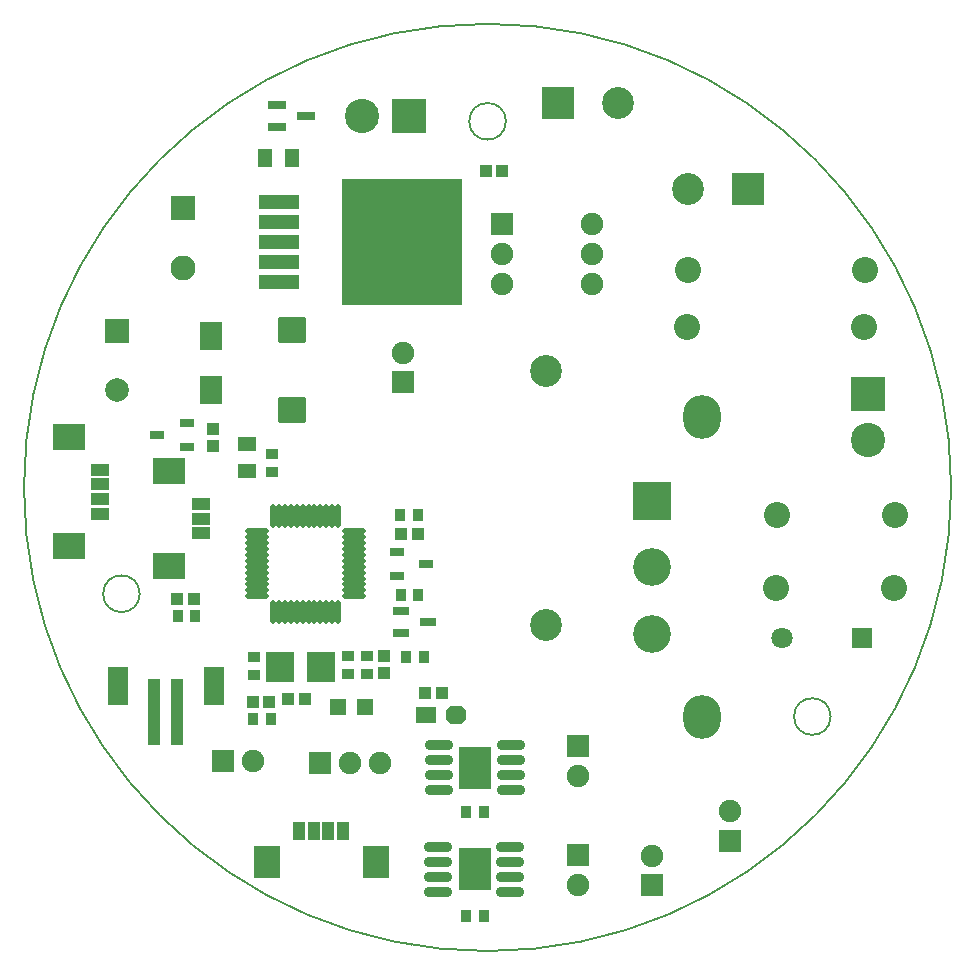
<source format=gts>
%FSLAX25Y25*%
%MOIN*%
G70*
G01*
G75*
G04 Layer_Color=8388736*
%ADD10C,0.10000*%
%ADD11C,0.10000*%
%ADD12R,0.08661X0.09449*%
%ADD13R,0.09843X0.13386*%
%ADD14O,0.08661X0.02756*%
%ADD15R,0.06890X0.08661*%
%ADD16R,0.04724X0.01969*%
%ADD17R,0.04000X0.05500*%
%ADD18R,0.05906X0.11811*%
%ADD19R,0.03150X0.21654*%
%ADD20R,0.06000X0.05000*%
G04:AMPARAMS|DCode=21|XSize=60mil|YSize=50mil|CornerRadius=0mil|HoleSize=0mil|Usage=FLASHONLY|Rotation=0.000|XOffset=0mil|YOffset=0mil|HoleType=Round|Shape=Octagon|*
%AMOCTAGOND21*
4,1,8,0.03000,-0.01250,0.03000,0.01250,0.01750,0.02500,-0.01750,0.02500,-0.03000,0.01250,-0.03000,-0.01250,-0.01750,-0.02500,0.01750,-0.02500,0.03000,-0.01250,0.0*
%
%ADD21OCTAGOND21*%

%ADD22R,0.03150X0.03543*%
%ADD23R,0.03543X0.03150*%
%ADD24R,0.05000X0.05000*%
%ADD25R,0.05512X0.02362*%
%ADD26R,0.39370X0.41142*%
%ADD27R,0.12598X0.04134*%
%ADD28R,0.05500X0.04000*%
%ADD29O,0.07087X0.01100*%
%ADD30O,0.01100X0.07087*%
%ADD31R,0.08268X0.09843*%
%ADD32R,0.03150X0.05118*%
G04:AMPARAMS|DCode=33|XSize=78.74mil|YSize=86.61mil|CornerRadius=7.87mil|HoleSize=0mil|Usage=FLASHONLY|Rotation=90.000|XOffset=0mil|YOffset=0mil|HoleType=Round|Shape=RoundedRectangle|*
%AMROUNDEDRECTD33*
21,1,0.07874,0.07087,0,0,90.0*
21,1,0.06299,0.08661,0,0,90.0*
1,1,0.01575,0.03543,0.03150*
1,1,0.01575,0.03543,-0.03150*
1,1,0.01575,-0.03543,-0.03150*
1,1,0.01575,-0.03543,0.03150*
%
%ADD33ROUNDEDRECTD33*%
%ADD34R,0.09843X0.08268*%
%ADD35R,0.05118X0.03150*%
%ADD36R,0.03937X0.02362*%
%ADD37R,0.02756X0.03347*%
%ADD38R,0.03347X0.02756*%
%ADD39C,0.00800*%
%ADD40C,0.03000*%
%ADD41C,0.01500*%
%ADD42C,0.08000*%
%ADD43C,0.15000*%
%ADD44C,0.05000*%
%ADD45C,0.02000*%
%ADD46C,0.04000*%
%ADD47C,0.01000*%
%ADD48R,0.09600X0.18400*%
%ADD49R,0.09900X0.21000*%
%ADD50C,0.00500*%
%ADD51C,0.00025*%
%ADD52C,0.07874*%
%ADD53O,0.11811X0.13780*%
%ADD54C,0.06693*%
%ADD55R,0.06693X0.06693*%
%ADD56R,0.07480X0.07480*%
%ADD57C,0.07480*%
%ADD58R,0.06299X0.06299*%
%ADD59C,0.06299*%
%ADD60C,0.09843*%
%ADD61R,0.06693X0.06693*%
%ADD62R,0.09843X0.09843*%
%ADD63C,0.10630*%
%ADD64R,0.10630X0.10630*%
%ADD65R,0.10630X0.10630*%
%ADD66R,0.07087X0.07087*%
%ADD67C,0.07087*%
%ADD68R,0.11811X0.11811*%
%ADD69C,0.11811*%
%ADD70C,0.04000*%
%ADD71C,0.03000*%
%ADD72C,0.02000*%
%ADD73C,0.02700*%
%ADD74C,0.05000*%
%ADD75R,0.03118X0.15755*%
%ADD76C,0.00787*%
%ADD77C,0.01984*%
%ADD78C,0.02900*%
%ADD79C,0.00984*%
%ADD80C,0.01969*%
%ADD81C,0.01575*%
%ADD82C,0.00300*%
%ADD83C,0.00600*%
%ADD84C,0.00700*%
%ADD85R,0.02000X0.08000*%
%ADD86R,0.04000X0.03500*%
%ADD87R,0.01969X0.03780*%
%ADD88R,0.03780X0.01969*%
%ADD89R,0.09461X0.10249*%
%ADD90R,0.10643X0.14186*%
%ADD91O,0.09461X0.03556*%
%ADD92R,0.07690X0.09461*%
%ADD93R,0.05524X0.02769*%
%ADD94R,0.04800X0.06300*%
%ADD95R,0.06706X0.12611*%
%ADD96R,0.03950X0.22453*%
%ADD97R,0.06800X0.05800*%
G04:AMPARAMS|DCode=98|XSize=68mil|YSize=58mil|CornerRadius=0mil|HoleSize=0mil|Usage=FLASHONLY|Rotation=0.000|XOffset=0mil|YOffset=0mil|HoleType=Round|Shape=Octagon|*
%AMOCTAGOND98*
4,1,8,0.03400,-0.01450,0.03400,0.01450,0.01950,0.02900,-0.01950,0.02900,-0.03400,0.01450,-0.03400,-0.01450,-0.01950,-0.02900,0.01950,-0.02900,0.03400,-0.01450,0.0*
%
%ADD98OCTAGOND98*%

%ADD99R,0.03950X0.04343*%
%ADD100R,0.04343X0.03950*%
%ADD101R,0.05800X0.05800*%
%ADD102R,0.06312X0.03162*%
%ADD103R,0.40170X0.41942*%
%ADD104R,0.13398X0.04934*%
%ADD105R,0.06300X0.04800*%
%ADD106O,0.07887X0.01900*%
%ADD107O,0.01900X0.07887*%
%ADD108R,0.09068X0.10642*%
%ADD109R,0.03950X0.05918*%
G04:AMPARAMS|DCode=110|XSize=86.74mil|YSize=94.61mil|CornerRadius=8.67mil|HoleSize=0mil|Usage=FLASHONLY|Rotation=90.000|XOffset=0mil|YOffset=0mil|HoleType=Round|Shape=RoundedRectangle|*
%AMROUNDEDRECTD110*
21,1,0.08674,0.07727,0,0,90.0*
21,1,0.06939,0.09461,0,0,90.0*
1,1,0.01735,0.03863,0.03470*
1,1,0.01735,0.03863,-0.03470*
1,1,0.01735,-0.03863,-0.03470*
1,1,0.01735,-0.03863,0.03470*
%
%ADD110ROUNDEDRECTD110*%
%ADD111R,0.10642X0.09068*%
%ADD112R,0.05918X0.03950*%
%ADD113R,0.04737X0.03162*%
%ADD114R,0.03556X0.04147*%
%ADD115R,0.04147X0.03556*%
%ADD116C,0.08674*%
%ADD117O,0.12611X0.14579*%
%ADD118C,0.07493*%
%ADD119R,0.07493X0.07493*%
%ADD120R,0.08280X0.08280*%
%ADD121C,0.08280*%
%ADD122R,0.07099X0.07099*%
%ADD123C,0.07099*%
%ADD124C,0.10642*%
%ADD125R,0.07493X0.07493*%
%ADD126R,0.10642X0.10642*%
%ADD127C,0.11430*%
%ADD128R,0.11430X0.11430*%
%ADD129R,0.11430X0.11430*%
%ADD130R,0.07887X0.07887*%
%ADD131C,0.07887*%
%ADD132R,0.12611X0.12611*%
%ADD133C,0.12611*%
D50*
X270472Y35433D02*
G03*
X270472Y35433I-154528J0D01*
G01*
X230285Y-40938D02*
G03*
X230285Y-40938I-6102J0D01*
G01*
X122047Y157480D02*
G03*
X122047Y157480I-6102J0D01*
G01*
X0Y0D02*
G03*
X0Y0I-6102J0D01*
G01*
D51*
X90317Y-116955D02*
X90325Y-116949D01*
X41318Y-87267D02*
X41318D01*
D89*
X46710Y-24500D02*
D03*
X60490D02*
D03*
D90*
X111900Y-58000D02*
D03*
X111600Y-91800D02*
D03*
D91*
X123600Y-65500D02*
D03*
Y-60500D02*
D03*
Y-55500D02*
D03*
Y-50500D02*
D03*
X99800Y-65500D02*
D03*
Y-60500D02*
D03*
Y-55500D02*
D03*
Y-50500D02*
D03*
X99500Y-84300D02*
D03*
Y-89300D02*
D03*
Y-94300D02*
D03*
Y-99300D02*
D03*
X123300Y-84300D02*
D03*
Y-89300D02*
D03*
Y-94300D02*
D03*
Y-99300D02*
D03*
D92*
X23900Y86055D02*
D03*
Y67945D02*
D03*
D93*
X87000Y-5760D02*
D03*
Y-13240D02*
D03*
X96000Y-9500D02*
D03*
D94*
X41800Y145300D02*
D03*
X50800D02*
D03*
D95*
X24600Y-30700D02*
D03*
X-7400D02*
D03*
D96*
X4663Y-39511D02*
D03*
X12537D02*
D03*
D97*
X95300Y-40300D02*
D03*
D98*
X105300D02*
D03*
D99*
X18056Y-1700D02*
D03*
X12544Y-1700D02*
D03*
X120856Y140900D02*
D03*
X115344Y140900D02*
D03*
X37744Y-36100D02*
D03*
X43256Y-36100D02*
D03*
X87144Y19800D02*
D03*
X92656Y19800D02*
D03*
X95144Y-33100D02*
D03*
X100656Y-33100D02*
D03*
X49444Y-35100D02*
D03*
X54956Y-35100D02*
D03*
D100*
X24500Y49244D02*
D03*
X24500Y54756D02*
D03*
X81335Y-20844D02*
D03*
X81335Y-26356D02*
D03*
D101*
X66200Y-37700D02*
D03*
X75200D02*
D03*
D102*
X45600Y163040D02*
D03*
Y155560D02*
D03*
X55497Y159300D02*
D03*
D103*
X87500Y117200D02*
D03*
D104*
X46500Y103814D02*
D03*
Y110507D02*
D03*
Y117200D02*
D03*
Y123893D02*
D03*
Y130586D02*
D03*
D105*
X35600Y49900D02*
D03*
Y40900D02*
D03*
D106*
X39255Y-827D02*
D03*
Y1142D02*
D03*
Y3110D02*
D03*
Y5079D02*
D03*
Y7047D02*
D03*
Y9016D02*
D03*
Y10984D02*
D03*
Y12953D02*
D03*
Y14921D02*
D03*
Y16890D02*
D03*
Y18858D02*
D03*
Y20827D02*
D03*
X71345D02*
D03*
Y18858D02*
D03*
Y16890D02*
D03*
Y14921D02*
D03*
Y12953D02*
D03*
Y10984D02*
D03*
Y9016D02*
D03*
Y7047D02*
D03*
Y5079D02*
D03*
Y3110D02*
D03*
Y1142D02*
D03*
Y-827D02*
D03*
D107*
X44473Y26045D02*
D03*
X46442D02*
D03*
X48410D02*
D03*
X50379D02*
D03*
X52347D02*
D03*
X54316D02*
D03*
X56284D02*
D03*
X58253D02*
D03*
X60221D02*
D03*
X62190D02*
D03*
X64158D02*
D03*
X66127D02*
D03*
Y-6045D02*
D03*
X64158D02*
D03*
X62190D02*
D03*
X60221D02*
D03*
X58253D02*
D03*
X56284D02*
D03*
X54316D02*
D03*
X52347D02*
D03*
X50379D02*
D03*
X48410D02*
D03*
X46442D02*
D03*
X44473D02*
D03*
D108*
X78628Y-89500D02*
D03*
X42264D02*
D03*
D109*
X53064Y-79100D02*
D03*
X57985Y-79100D02*
D03*
X62906Y-79100D02*
D03*
X67828D02*
D03*
D110*
X50800Y61214D02*
D03*
X50800Y87986D02*
D03*
D111*
X9900Y40800D02*
D03*
Y9358D02*
D03*
X-23600Y15772D02*
D03*
Y52136D02*
D03*
D112*
X20300Y20157D02*
D03*
Y25079D02*
D03*
Y30000D02*
D03*
X-13200Y41336D02*
D03*
Y36415D02*
D03*
Y31494D02*
D03*
Y26572D02*
D03*
D113*
X15600Y48900D02*
D03*
X5757Y52837D02*
D03*
X15600Y56774D02*
D03*
X85700Y13900D02*
D03*
X95543Y9963D02*
D03*
X85700Y6026D02*
D03*
D114*
X108794Y-72900D02*
D03*
X114700D02*
D03*
X108695Y-107500D02*
D03*
X114600D02*
D03*
X92606Y26400D02*
D03*
X86700D02*
D03*
X92905Y-300D02*
D03*
X87000D02*
D03*
X43606Y-41800D02*
D03*
X37700D02*
D03*
X94806Y-21100D02*
D03*
X88900D02*
D03*
X12595Y-7500D02*
D03*
X18500D02*
D03*
D115*
X69500Y-26805D02*
D03*
Y-20900D02*
D03*
X38100Y-27106D02*
D03*
Y-21200D02*
D03*
X44200Y46606D02*
D03*
Y40700D02*
D03*
X75835Y-20795D02*
D03*
Y-26700D02*
D03*
D116*
X241528Y88900D02*
D03*
X182472D02*
D03*
X251585Y1800D02*
D03*
X212215D02*
D03*
X212415Y26300D02*
D03*
X251785D02*
D03*
X241728Y107900D02*
D03*
X182672D02*
D03*
D117*
X187400Y58800D02*
D03*
Y-41200D02*
D03*
D118*
X87900Y80321D02*
D03*
X170600Y-87279D02*
D03*
X196600Y-72579D02*
D03*
X146000Y-97000D02*
D03*
Y-60700D02*
D03*
X37800Y-55800D02*
D03*
X150600Y123400D02*
D03*
Y113400D02*
D03*
Y103400D02*
D03*
X120600D02*
D03*
Y113400D02*
D03*
X80200Y-56500D02*
D03*
X70200Y-56500D02*
D03*
D119*
X87900Y70479D02*
D03*
X170600Y-97121D02*
D03*
X196600Y-82421D02*
D03*
X27800Y-55800D02*
D03*
X60200Y-56500D02*
D03*
D120*
X14400Y128500D02*
D03*
D121*
Y108500D02*
D03*
D122*
X240886Y-14900D02*
D03*
D123*
X214114D02*
D03*
D124*
X135400Y74323D02*
D03*
Y-10323D02*
D03*
X159300Y163700D02*
D03*
X182900Y134900D02*
D03*
D125*
X146000Y-87000D02*
D03*
Y-50700D02*
D03*
X120600Y123400D02*
D03*
D126*
X139300Y163700D02*
D03*
X202900Y134900D02*
D03*
D127*
X242800Y51095D02*
D03*
X73995Y159200D02*
D03*
D128*
X242800Y66695D02*
D03*
D129*
X89595Y159200D02*
D03*
D130*
X-7500Y87743D02*
D03*
D131*
Y68058D02*
D03*
D132*
X170700Y30946D02*
D03*
D133*
Y-13346D02*
D03*
Y8898D02*
D03*
M02*

</source>
